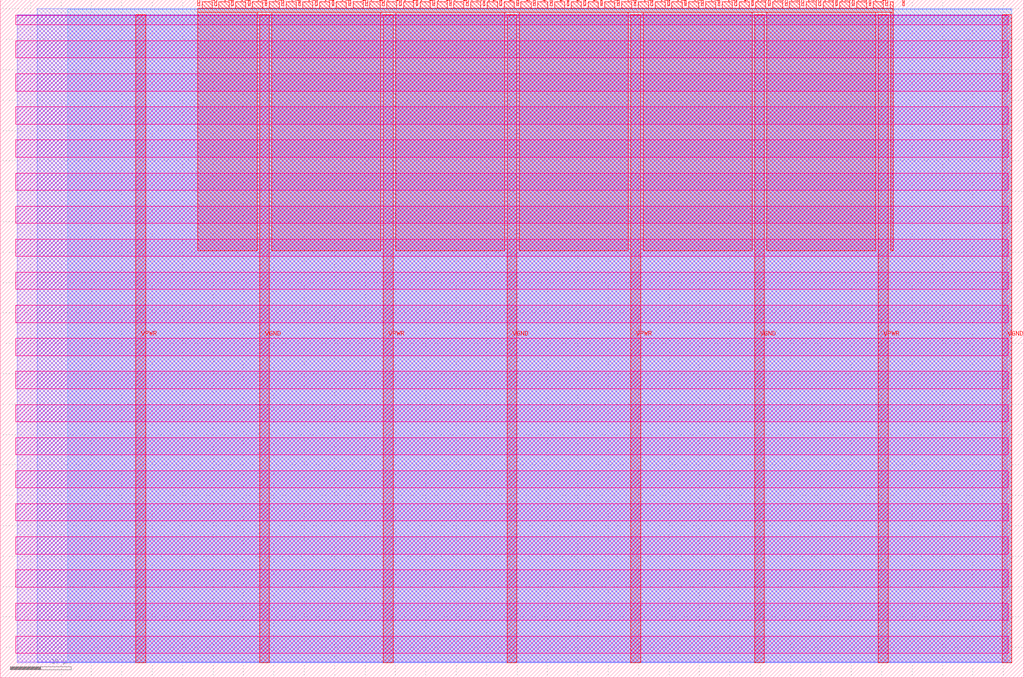
<source format=lef>
VERSION 5.7 ;
  NOWIREEXTENSIONATPIN ON ;
  DIVIDERCHAR "/" ;
  BUSBITCHARS "[]" ;
MACRO tt_um_Leaky_Integrate_Fire_nfjesifb
  CLASS BLOCK ;
  FOREIGN tt_um_Leaky_Integrate_Fire_nfjesifb ;
  ORIGIN 0.000 0.000 ;
  SIZE 168.360 BY 111.520 ;
  PIN VGND
    DIRECTION INOUT ;
    USE GROUND ;
    PORT
      LAYER met4 ;
        RECT 42.670 2.480 44.270 109.040 ;
    END
    PORT
      LAYER met4 ;
        RECT 83.380 2.480 84.980 109.040 ;
    END
    PORT
      LAYER met4 ;
        RECT 124.090 2.480 125.690 109.040 ;
    END
    PORT
      LAYER met4 ;
        RECT 164.800 2.480 166.400 109.040 ;
    END
  END VGND
  PIN VPWR
    DIRECTION INOUT ;
    USE POWER ;
    PORT
      LAYER met4 ;
        RECT 22.315 2.480 23.915 109.040 ;
    END
    PORT
      LAYER met4 ;
        RECT 63.025 2.480 64.625 109.040 ;
    END
    PORT
      LAYER met4 ;
        RECT 103.735 2.480 105.335 109.040 ;
    END
    PORT
      LAYER met4 ;
        RECT 144.445 2.480 146.045 109.040 ;
    END
  END VPWR
  PIN clk
    DIRECTION INPUT ;
    USE SIGNAL ;
    ANTENNAGATEAREA 0.852000 ;
    PORT
      LAYER met4 ;
        RECT 145.670 110.520 145.970 111.520 ;
    END
  END clk
  PIN ena
    DIRECTION INPUT ;
    USE SIGNAL ;
    PORT
      LAYER met4 ;
        RECT 148.430 110.520 148.730 111.520 ;
    END
  END ena
  PIN rst_n
    DIRECTION INPUT ;
    USE SIGNAL ;
    ANTENNAGATEAREA 0.213000 ;
    PORT
      LAYER met4 ;
        RECT 142.910 110.520 143.210 111.520 ;
    END
  END rst_n
  PIN ui_in[0]
    DIRECTION INPUT ;
    USE SIGNAL ;
    ANTENNAGATEAREA 0.126000 ;
    PORT
      LAYER met4 ;
        RECT 140.150 110.520 140.450 111.520 ;
    END
  END ui_in[0]
  PIN ui_in[1]
    DIRECTION INPUT ;
    USE SIGNAL ;
    ANTENNAGATEAREA 0.196500 ;
    PORT
      LAYER met4 ;
        RECT 137.390 110.520 137.690 111.520 ;
    END
  END ui_in[1]
  PIN ui_in[2]
    DIRECTION INPUT ;
    USE SIGNAL ;
    ANTENNAGATEAREA 0.159000 ;
    PORT
      LAYER met4 ;
        RECT 134.630 110.520 134.930 111.520 ;
    END
  END ui_in[2]
  PIN ui_in[3]
    DIRECTION INPUT ;
    USE SIGNAL ;
    ANTENNAGATEAREA 0.213000 ;
    PORT
      LAYER met4 ;
        RECT 131.870 110.520 132.170 111.520 ;
    END
  END ui_in[3]
  PIN ui_in[4]
    DIRECTION INPUT ;
    USE SIGNAL ;
    ANTENNAGATEAREA 0.159000 ;
    PORT
      LAYER met4 ;
        RECT 129.110 110.520 129.410 111.520 ;
    END
  END ui_in[4]
  PIN ui_in[5]
    DIRECTION INPUT ;
    USE SIGNAL ;
    PORT
      LAYER met4 ;
        RECT 126.350 110.520 126.650 111.520 ;
    END
  END ui_in[5]
  PIN ui_in[6]
    DIRECTION INPUT ;
    USE SIGNAL ;
    PORT
      LAYER met4 ;
        RECT 123.590 110.520 123.890 111.520 ;
    END
  END ui_in[6]
  PIN ui_in[7]
    DIRECTION INPUT ;
    USE SIGNAL ;
    PORT
      LAYER met4 ;
        RECT 120.830 110.520 121.130 111.520 ;
    END
  END ui_in[7]
  PIN uio_in[0]
    DIRECTION INPUT ;
    USE SIGNAL ;
    PORT
      LAYER met4 ;
        RECT 118.070 110.520 118.370 111.520 ;
    END
  END uio_in[0]
  PIN uio_in[1]
    DIRECTION INPUT ;
    USE SIGNAL ;
    PORT
      LAYER met4 ;
        RECT 115.310 110.520 115.610 111.520 ;
    END
  END uio_in[1]
  PIN uio_in[2]
    DIRECTION INPUT ;
    USE SIGNAL ;
    PORT
      LAYER met4 ;
        RECT 112.550 110.520 112.850 111.520 ;
    END
  END uio_in[2]
  PIN uio_in[3]
    DIRECTION INPUT ;
    USE SIGNAL ;
    PORT
      LAYER met4 ;
        RECT 109.790 110.520 110.090 111.520 ;
    END
  END uio_in[3]
  PIN uio_in[4]
    DIRECTION INPUT ;
    USE SIGNAL ;
    PORT
      LAYER met4 ;
        RECT 107.030 110.520 107.330 111.520 ;
    END
  END uio_in[4]
  PIN uio_in[5]
    DIRECTION INPUT ;
    USE SIGNAL ;
    PORT
      LAYER met4 ;
        RECT 104.270 110.520 104.570 111.520 ;
    END
  END uio_in[5]
  PIN uio_in[6]
    DIRECTION INPUT ;
    USE SIGNAL ;
    PORT
      LAYER met4 ;
        RECT 101.510 110.520 101.810 111.520 ;
    END
  END uio_in[6]
  PIN uio_in[7]
    DIRECTION INPUT ;
    USE SIGNAL ;
    PORT
      LAYER met4 ;
        RECT 98.750 110.520 99.050 111.520 ;
    END
  END uio_in[7]
  PIN uio_oe[0]
    DIRECTION OUTPUT TRISTATE ;
    USE SIGNAL ;
    PORT
      LAYER met4 ;
        RECT 51.830 110.520 52.130 111.520 ;
    END
  END uio_oe[0]
  PIN uio_oe[1]
    DIRECTION OUTPUT TRISTATE ;
    USE SIGNAL ;
    PORT
      LAYER met4 ;
        RECT 49.070 110.520 49.370 111.520 ;
    END
  END uio_oe[1]
  PIN uio_oe[2]
    DIRECTION OUTPUT TRISTATE ;
    USE SIGNAL ;
    PORT
      LAYER met4 ;
        RECT 46.310 110.520 46.610 111.520 ;
    END
  END uio_oe[2]
  PIN uio_oe[3]
    DIRECTION OUTPUT TRISTATE ;
    USE SIGNAL ;
    PORT
      LAYER met4 ;
        RECT 43.550 110.520 43.850 111.520 ;
    END
  END uio_oe[3]
  PIN uio_oe[4]
    DIRECTION OUTPUT TRISTATE ;
    USE SIGNAL ;
    PORT
      LAYER met4 ;
        RECT 40.790 110.520 41.090 111.520 ;
    END
  END uio_oe[4]
  PIN uio_oe[5]
    DIRECTION OUTPUT TRISTATE ;
    USE SIGNAL ;
    PORT
      LAYER met4 ;
        RECT 38.030 110.520 38.330 111.520 ;
    END
  END uio_oe[5]
  PIN uio_oe[6]
    DIRECTION OUTPUT TRISTATE ;
    USE SIGNAL ;
    PORT
      LAYER met4 ;
        RECT 35.270 110.520 35.570 111.520 ;
    END
  END uio_oe[6]
  PIN uio_oe[7]
    DIRECTION OUTPUT TRISTATE ;
    USE SIGNAL ;
    PORT
      LAYER met4 ;
        RECT 32.510 110.520 32.810 111.520 ;
    END
  END uio_oe[7]
  PIN uio_out[0]
    DIRECTION OUTPUT TRISTATE ;
    USE SIGNAL ;
    ANTENNADIFFAREA 0.795200 ;
    PORT
      LAYER met4 ;
        RECT 73.910 110.520 74.210 111.520 ;
    END
  END uio_out[0]
  PIN uio_out[1]
    DIRECTION OUTPUT TRISTATE ;
    USE SIGNAL ;
    PORT
      LAYER met4 ;
        RECT 71.150 110.520 71.450 111.520 ;
    END
  END uio_out[1]
  PIN uio_out[2]
    DIRECTION OUTPUT TRISTATE ;
    USE SIGNAL ;
    PORT
      LAYER met4 ;
        RECT 68.390 110.520 68.690 111.520 ;
    END
  END uio_out[2]
  PIN uio_out[3]
    DIRECTION OUTPUT TRISTATE ;
    USE SIGNAL ;
    PORT
      LAYER met4 ;
        RECT 65.630 110.520 65.930 111.520 ;
    END
  END uio_out[3]
  PIN uio_out[4]
    DIRECTION OUTPUT TRISTATE ;
    USE SIGNAL ;
    PORT
      LAYER met4 ;
        RECT 62.870 110.520 63.170 111.520 ;
    END
  END uio_out[4]
  PIN uio_out[5]
    DIRECTION OUTPUT TRISTATE ;
    USE SIGNAL ;
    PORT
      LAYER met4 ;
        RECT 60.110 110.520 60.410 111.520 ;
    END
  END uio_out[5]
  PIN uio_out[6]
    DIRECTION OUTPUT TRISTATE ;
    USE SIGNAL ;
    PORT
      LAYER met4 ;
        RECT 57.350 110.520 57.650 111.520 ;
    END
  END uio_out[6]
  PIN uio_out[7]
    DIRECTION OUTPUT TRISTATE ;
    USE SIGNAL ;
    PORT
      LAYER met4 ;
        RECT 54.590 110.520 54.890 111.520 ;
    END
  END uio_out[7]
  PIN uo_out[0]
    DIRECTION OUTPUT TRISTATE ;
    USE SIGNAL ;
    ANTENNAGATEAREA 0.339000 ;
    ANTENNADIFFAREA 0.891000 ;
    PORT
      LAYER met4 ;
        RECT 95.990 110.520 96.290 111.520 ;
    END
  END uo_out[0]
  PIN uo_out[1]
    DIRECTION OUTPUT TRISTATE ;
    USE SIGNAL ;
    ANTENNAGATEAREA 1.581000 ;
    ANTENNADIFFAREA 0.891000 ;
    PORT
      LAYER met4 ;
        RECT 93.230 110.520 93.530 111.520 ;
    END
  END uo_out[1]
  PIN uo_out[2]
    DIRECTION OUTPUT TRISTATE ;
    USE SIGNAL ;
    ANTENNAGATEAREA 0.285000 ;
    ANTENNADIFFAREA 0.891000 ;
    PORT
      LAYER met4 ;
        RECT 90.470 110.520 90.770 111.520 ;
    END
  END uo_out[2]
  PIN uo_out[3]
    DIRECTION OUTPUT TRISTATE ;
    USE SIGNAL ;
    ANTENNAGATEAREA 2.197500 ;
    ANTENNADIFFAREA 0.891000 ;
    PORT
      LAYER met4 ;
        RECT 87.710 110.520 88.010 111.520 ;
    END
  END uo_out[3]
  PIN uo_out[4]
    DIRECTION OUTPUT TRISTATE ;
    USE SIGNAL ;
    ANTENNAGATEAREA 2.076000 ;
    ANTENNADIFFAREA 0.891000 ;
    PORT
      LAYER met4 ;
        RECT 84.950 110.520 85.250 111.520 ;
    END
  END uo_out[4]
  PIN uo_out[5]
    DIRECTION OUTPUT TRISTATE ;
    USE SIGNAL ;
    ANTENNAGATEAREA 2.445000 ;
    ANTENNADIFFAREA 0.891000 ;
    PORT
      LAYER met4 ;
        RECT 82.190 110.520 82.490 111.520 ;
    END
  END uo_out[5]
  PIN uo_out[6]
    DIRECTION OUTPUT TRISTATE ;
    USE SIGNAL ;
    ANTENNAGATEAREA 1.455000 ;
    ANTENNADIFFAREA 0.891000 ;
    PORT
      LAYER met4 ;
        RECT 79.430 110.520 79.730 111.520 ;
    END
  END uo_out[6]
  PIN uo_out[7]
    DIRECTION OUTPUT TRISTATE ;
    USE SIGNAL ;
    ANTENNAGATEAREA 1.455000 ;
    ANTENNADIFFAREA 0.891000 ;
    PORT
      LAYER met4 ;
        RECT 76.670 110.520 76.970 111.520 ;
    END
  END uo_out[7]
  OBS
      LAYER nwell ;
        RECT 2.570 107.385 165.790 108.990 ;
        RECT 2.570 101.945 165.790 104.775 ;
        RECT 2.570 96.505 165.790 99.335 ;
        RECT 2.570 91.065 165.790 93.895 ;
        RECT 2.570 85.625 165.790 88.455 ;
        RECT 2.570 80.185 165.790 83.015 ;
        RECT 2.570 74.745 165.790 77.575 ;
        RECT 2.570 69.305 165.790 72.135 ;
        RECT 2.570 63.865 165.790 66.695 ;
        RECT 2.570 58.425 165.790 61.255 ;
        RECT 2.570 52.985 165.790 55.815 ;
        RECT 2.570 47.545 165.790 50.375 ;
        RECT 2.570 42.105 165.790 44.935 ;
        RECT 2.570 36.665 165.790 39.495 ;
        RECT 2.570 31.225 165.790 34.055 ;
        RECT 2.570 25.785 165.790 28.615 ;
        RECT 2.570 20.345 165.790 23.175 ;
        RECT 2.570 14.905 165.790 17.735 ;
        RECT 2.570 9.465 165.790 12.295 ;
        RECT 2.570 4.025 165.790 6.855 ;
      LAYER li1 ;
        RECT 2.760 2.635 165.600 108.885 ;
      LAYER met1 ;
        RECT 2.760 2.480 166.400 109.040 ;
      LAYER met2 ;
        RECT 6.080 2.535 166.370 110.005 ;
      LAYER met3 ;
        RECT 11.105 2.555 166.390 109.985 ;
      LAYER met4 ;
        RECT 33.210 110.120 34.870 111.170 ;
        RECT 35.970 110.120 37.630 111.170 ;
        RECT 38.730 110.120 40.390 111.170 ;
        RECT 41.490 110.120 43.150 111.170 ;
        RECT 44.250 110.120 45.910 111.170 ;
        RECT 47.010 110.120 48.670 111.170 ;
        RECT 49.770 110.120 51.430 111.170 ;
        RECT 52.530 110.120 54.190 111.170 ;
        RECT 55.290 110.120 56.950 111.170 ;
        RECT 58.050 110.120 59.710 111.170 ;
        RECT 60.810 110.120 62.470 111.170 ;
        RECT 63.570 110.120 65.230 111.170 ;
        RECT 66.330 110.120 67.990 111.170 ;
        RECT 69.090 110.120 70.750 111.170 ;
        RECT 71.850 110.120 73.510 111.170 ;
        RECT 74.610 110.120 76.270 111.170 ;
        RECT 77.370 110.120 79.030 111.170 ;
        RECT 80.130 110.120 81.790 111.170 ;
        RECT 82.890 110.120 84.550 111.170 ;
        RECT 85.650 110.120 87.310 111.170 ;
        RECT 88.410 110.120 90.070 111.170 ;
        RECT 91.170 110.120 92.830 111.170 ;
        RECT 93.930 110.120 95.590 111.170 ;
        RECT 96.690 110.120 98.350 111.170 ;
        RECT 99.450 110.120 101.110 111.170 ;
        RECT 102.210 110.120 103.870 111.170 ;
        RECT 104.970 110.120 106.630 111.170 ;
        RECT 107.730 110.120 109.390 111.170 ;
        RECT 110.490 110.120 112.150 111.170 ;
        RECT 113.250 110.120 114.910 111.170 ;
        RECT 116.010 110.120 117.670 111.170 ;
        RECT 118.770 110.120 120.430 111.170 ;
        RECT 121.530 110.120 123.190 111.170 ;
        RECT 124.290 110.120 125.950 111.170 ;
        RECT 127.050 110.120 128.710 111.170 ;
        RECT 129.810 110.120 131.470 111.170 ;
        RECT 132.570 110.120 134.230 111.170 ;
        RECT 135.330 110.120 136.990 111.170 ;
        RECT 138.090 110.120 139.750 111.170 ;
        RECT 140.850 110.120 142.510 111.170 ;
        RECT 143.610 110.120 145.270 111.170 ;
        RECT 146.370 110.120 146.905 111.170 ;
        RECT 32.495 109.440 146.905 110.120 ;
        RECT 32.495 70.215 42.270 109.440 ;
        RECT 44.670 70.215 62.625 109.440 ;
        RECT 65.025 70.215 82.980 109.440 ;
        RECT 85.380 70.215 103.335 109.440 ;
        RECT 105.735 70.215 123.690 109.440 ;
        RECT 126.090 70.215 144.045 109.440 ;
        RECT 146.445 70.215 146.905 109.440 ;
  END
END tt_um_Leaky_Integrate_Fire_nfjesifb
END LIBRARY


</source>
